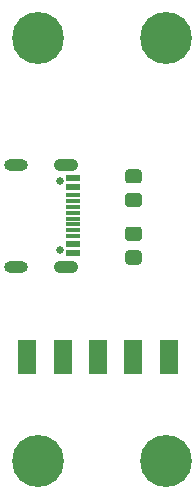
<source format=gbr>
%TF.GenerationSoftware,KiCad,Pcbnew,(5.1.10)-1*%
%TF.CreationDate,2021-05-17T17:41:51-05:00*%
%TF.ProjectId,YMDK_USB_C,594d444b-5f55-4534-925f-432e6b696361,rev?*%
%TF.SameCoordinates,Original*%
%TF.FileFunction,Soldermask,Top*%
%TF.FilePolarity,Negative*%
%FSLAX46Y46*%
G04 Gerber Fmt 4.6, Leading zero omitted, Abs format (unit mm)*
G04 Created by KiCad (PCBNEW (5.1.10)-1) date 2021-05-17 17:41:51*
%MOMM*%
%LPD*%
G01*
G04 APERTURE LIST*
%ADD10O,2.000000X1.000000*%
%ADD11O,2.100000X1.050000*%
%ADD12C,0.650000*%
%ADD13R,1.150000X0.600000*%
%ADD14R,1.150000X0.300000*%
%ADD15C,4.400000*%
%ADD16R,1.524000X3.000000*%
G04 APERTURE END LIST*
D10*
%TO.C,J1*%
X131100000Y-64198000D03*
X131100000Y-72838000D03*
D11*
X135280000Y-64198000D03*
X135280000Y-72838000D03*
D12*
X134780000Y-71408000D03*
X134780000Y-65628000D03*
D13*
X135855000Y-65318000D03*
X135855000Y-71718000D03*
X135855000Y-66118000D03*
X135855000Y-70918000D03*
D14*
X135855000Y-68768000D03*
X135855000Y-68268000D03*
X135855000Y-69268000D03*
X135855000Y-69768000D03*
X135855000Y-70268000D03*
X135855000Y-67768000D03*
X135855000Y-67268000D03*
X135855000Y-66768000D03*
%TD*%
D15*
%TO.C,H2*%
X132937000Y-53492500D03*
%TD*%
%TO.C,H1*%
X143732000Y-53492500D03*
%TD*%
%TO.C,H4*%
X143732000Y-89306500D03*
%TD*%
%TO.C,H3*%
X132937000Y-89306500D03*
%TD*%
D16*
%TO.C,J2_5*%
X132000000Y-80500000D03*
%TD*%
%TO.C,J2_4*%
X135000000Y-80500000D03*
%TD*%
%TO.C,J2_3*%
X138000000Y-80500000D03*
%TD*%
%TO.C,J2_2*%
X141000000Y-80500000D03*
%TD*%
%TO.C,J2_1*%
X144000000Y-80500000D03*
%TD*%
%TO.C,R2*%
G36*
G01*
X140559999Y-71460000D02*
X141460001Y-71460000D01*
G75*
G02*
X141710000Y-71709999I0J-249999D01*
G01*
X141710000Y-72410001D01*
G75*
G02*
X141460001Y-72660000I-249999J0D01*
G01*
X140559999Y-72660000D01*
G75*
G02*
X140310000Y-72410001I0J249999D01*
G01*
X140310000Y-71709999D01*
G75*
G02*
X140559999Y-71460000I249999J0D01*
G01*
G37*
G36*
G01*
X140559999Y-69460000D02*
X141460001Y-69460000D01*
G75*
G02*
X141710000Y-69709999I0J-249999D01*
G01*
X141710000Y-70410001D01*
G75*
G02*
X141460001Y-70660000I-249999J0D01*
G01*
X140559999Y-70660000D01*
G75*
G02*
X140310000Y-70410001I0J249999D01*
G01*
X140310000Y-69709999D01*
G75*
G02*
X140559999Y-69460000I249999J0D01*
G01*
G37*
%TD*%
%TO.C,R1*%
G36*
G01*
X141460001Y-65800000D02*
X140559999Y-65800000D01*
G75*
G02*
X140310000Y-65550001I0J249999D01*
G01*
X140310000Y-64849999D01*
G75*
G02*
X140559999Y-64600000I249999J0D01*
G01*
X141460001Y-64600000D01*
G75*
G02*
X141710000Y-64849999I0J-249999D01*
G01*
X141710000Y-65550001D01*
G75*
G02*
X141460001Y-65800000I-249999J0D01*
G01*
G37*
G36*
G01*
X141460001Y-67800000D02*
X140559999Y-67800000D01*
G75*
G02*
X140310000Y-67550001I0J249999D01*
G01*
X140310000Y-66849999D01*
G75*
G02*
X140559999Y-66600000I249999J0D01*
G01*
X141460001Y-66600000D01*
G75*
G02*
X141710000Y-66849999I0J-249999D01*
G01*
X141710000Y-67550001D01*
G75*
G02*
X141460001Y-67800000I-249999J0D01*
G01*
G37*
%TD*%
M02*

</source>
